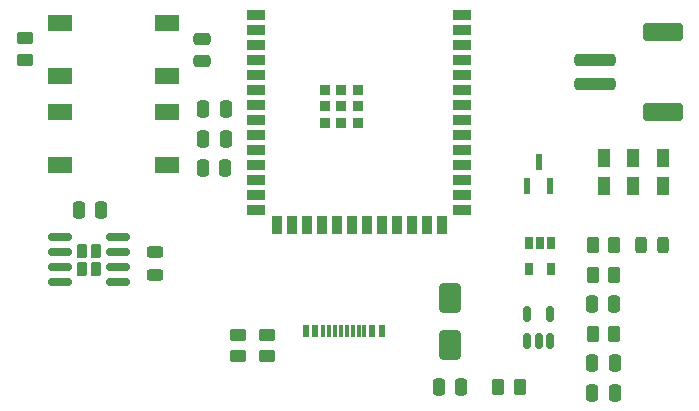
<source format=gbr>
%TF.GenerationSoftware,KiCad,Pcbnew,7.0.10*%
%TF.CreationDate,2025-07-15T10:48:48-04:00*%
%TF.ProjectId,EMGauntlet,454d4761-756e-4746-9c65-742e6b696361,rev?*%
%TF.SameCoordinates,Original*%
%TF.FileFunction,Paste,Top*%
%TF.FilePolarity,Positive*%
%FSLAX46Y46*%
G04 Gerber Fmt 4.6, Leading zero omitted, Abs format (unit mm)*
G04 Created by KiCad (PCBNEW 7.0.10) date 2025-07-15 10:48:48*
%MOMM*%
%LPD*%
G01*
G04 APERTURE LIST*
G04 Aperture macros list*
%AMRoundRect*
0 Rectangle with rounded corners*
0 $1 Rounding radius*
0 $2 $3 $4 $5 $6 $7 $8 $9 X,Y pos of 4 corners*
0 Add a 4 corners polygon primitive as box body*
4,1,4,$2,$3,$4,$5,$6,$7,$8,$9,$2,$3,0*
0 Add four circle primitives for the rounded corners*
1,1,$1+$1,$2,$3*
1,1,$1+$1,$4,$5*
1,1,$1+$1,$6,$7*
1,1,$1+$1,$8,$9*
0 Add four rect primitives between the rounded corners*
20,1,$1+$1,$2,$3,$4,$5,0*
20,1,$1+$1,$4,$5,$6,$7,0*
20,1,$1+$1,$6,$7,$8,$9,0*
20,1,$1+$1,$8,$9,$2,$3,0*%
G04 Aperture macros list end*
%ADD10R,2.100000X1.400000*%
%ADD11R,1.000000X1.600000*%
%ADD12RoundRect,0.250000X-0.262500X-0.450000X0.262500X-0.450000X0.262500X0.450000X-0.262500X0.450000X0*%
%ADD13RoundRect,0.250000X-0.650000X1.000000X-0.650000X-1.000000X0.650000X-1.000000X0.650000X1.000000X0*%
%ADD14RoundRect,0.250000X-0.250000X-0.475000X0.250000X-0.475000X0.250000X0.475000X-0.250000X0.475000X0*%
%ADD15R,0.650000X1.060000*%
%ADD16RoundRect,0.250000X-0.450000X0.262500X-0.450000X-0.262500X0.450000X-0.262500X0.450000X0.262500X0*%
%ADD17RoundRect,0.230000X-0.230000X-0.375000X0.230000X-0.375000X0.230000X0.375000X-0.230000X0.375000X0*%
%ADD18RoundRect,0.150000X-0.825000X-0.150000X0.825000X-0.150000X0.825000X0.150000X-0.825000X0.150000X0*%
%ADD19R,0.900000X0.900000*%
%ADD20R,1.500000X0.900000*%
%ADD21R,0.900000X1.500000*%
%ADD22RoundRect,0.243750X-0.456250X0.243750X-0.456250X-0.243750X0.456250X-0.243750X0.456250X0.243750X0*%
%ADD23RoundRect,0.243750X-0.243750X-0.456250X0.243750X-0.456250X0.243750X0.456250X-0.243750X0.456250X0*%
%ADD24RoundRect,0.250000X1.500000X-0.250000X1.500000X0.250000X-1.500000X0.250000X-1.500000X-0.250000X0*%
%ADD25RoundRect,0.250001X1.449999X-0.499999X1.449999X0.499999X-1.449999X0.499999X-1.449999X-0.499999X0*%
%ADD26RoundRect,0.150000X0.150000X-0.512500X0.150000X0.512500X-0.150000X0.512500X-0.150000X-0.512500X0*%
%ADD27R,0.600000X1.140000*%
%ADD28R,0.300000X1.140000*%
%ADD29RoundRect,0.250000X0.262500X0.450000X-0.262500X0.450000X-0.262500X-0.450000X0.262500X-0.450000X0*%
%ADD30R,0.558800X1.320800*%
%ADD31RoundRect,0.250000X0.475000X-0.250000X0.475000X0.250000X-0.475000X0.250000X-0.475000X-0.250000X0*%
G04 APERTURE END LIST*
D10*
%TO.C,SW4*%
X135450000Y-97250000D03*
X135450000Y-101750000D03*
X144550000Y-97250000D03*
X144550000Y-101750000D03*
%TD*%
D11*
%TO.C,SW1*%
X181500000Y-101100000D03*
X184000000Y-101100000D03*
X186500000Y-101100000D03*
X181500000Y-103500000D03*
X184000000Y-103500000D03*
X186500000Y-103500000D03*
%TD*%
D12*
%TO.C,R2*%
X180587500Y-111000000D03*
X182412500Y-111000000D03*
%TD*%
D13*
%TO.C,D3*%
X168500000Y-113000000D03*
X168500000Y-117000000D03*
%TD*%
D14*
%TO.C,C1*%
X137050000Y-105500000D03*
X138950000Y-105500000D03*
%TD*%
D15*
%TO.C,U3*%
X177050000Y-108300000D03*
X176100000Y-108300000D03*
X175150000Y-108300000D03*
X175150000Y-110500000D03*
X177050000Y-110500000D03*
%TD*%
D12*
%TO.C,R3*%
X172587500Y-120500000D03*
X174412500Y-120500000D03*
%TD*%
%TO.C,R4*%
X180587500Y-116000000D03*
X182412500Y-116000000D03*
%TD*%
D10*
%TO.C,SW3*%
X135450000Y-89700000D03*
X135450000Y-94200000D03*
X144550000Y-89700000D03*
X144550000Y-94200000D03*
%TD*%
D14*
%TO.C,C5*%
X180550000Y-121000000D03*
X182450000Y-121000000D03*
%TD*%
%TO.C,C4*%
X180550000Y-118500000D03*
X182450000Y-118500000D03*
%TD*%
%TO.C,C6*%
X147600000Y-99500000D03*
X149500000Y-99500000D03*
%TD*%
%TO.C,C2*%
X180500000Y-113500000D03*
X182400000Y-113500000D03*
%TD*%
D16*
%TO.C,R6*%
X132500000Y-91000000D03*
X132500000Y-92825000D03*
%TD*%
D14*
%TO.C,C3*%
X167550000Y-120500000D03*
X169450000Y-120500000D03*
%TD*%
D17*
%TO.C,U1*%
X137360000Y-109000000D03*
X137360000Y-110500000D03*
X138500000Y-109000000D03*
X138500000Y-110500000D03*
D18*
X135455000Y-107845000D03*
X135455000Y-109115000D03*
X135455000Y-110385000D03*
X135455000Y-111655000D03*
X140405000Y-111655000D03*
X140405000Y-110385000D03*
X140405000Y-109115000D03*
X140405000Y-107845000D03*
%TD*%
D14*
%TO.C,C9*%
X147550000Y-102000000D03*
X149450000Y-102000000D03*
%TD*%
D16*
%TO.C,R7*%
X153000000Y-116087500D03*
X153000000Y-117912500D03*
%TD*%
D19*
%TO.C,U6*%
X157895000Y-95360000D03*
X157895000Y-96760000D03*
X157895000Y-98160000D03*
X159295000Y-95360000D03*
X159295000Y-96760000D03*
X159295000Y-98160000D03*
X160695000Y-95360000D03*
X160695000Y-96760000D03*
X160695000Y-98160000D03*
D20*
X152045000Y-89040000D03*
X152045000Y-90310000D03*
X152045000Y-91580000D03*
X152045000Y-92850000D03*
X152045000Y-94120000D03*
X152045000Y-95390000D03*
X152045000Y-96660000D03*
X152045000Y-97930000D03*
X152045000Y-99200000D03*
X152045000Y-100470000D03*
X152045000Y-101740000D03*
X152045000Y-103010000D03*
X152045000Y-104280000D03*
X152045000Y-105550000D03*
D21*
X153810000Y-106800000D03*
X155080000Y-106800000D03*
X156350000Y-106800000D03*
X157620000Y-106800000D03*
X158890000Y-106800000D03*
X160160000Y-106800000D03*
X161430000Y-106800000D03*
X162700000Y-106800000D03*
X163970000Y-106800000D03*
X165240000Y-106800000D03*
X166510000Y-106800000D03*
X167780000Y-106800000D03*
D20*
X169545000Y-105550000D03*
X169545000Y-104280000D03*
X169545000Y-103010000D03*
X169545000Y-101740000D03*
X169545000Y-100470000D03*
X169545000Y-99200000D03*
X169545000Y-97930000D03*
X169545000Y-96660000D03*
X169545000Y-95390000D03*
X169545000Y-94120000D03*
X169545000Y-92850000D03*
X169545000Y-91580000D03*
X169545000Y-90310000D03*
X169545000Y-89040000D03*
%TD*%
D22*
%TO.C,D1*%
X143500000Y-109125000D03*
X143500000Y-111000000D03*
%TD*%
D23*
%TO.C,D2*%
X184625000Y-108500000D03*
X186500000Y-108500000D03*
%TD*%
D24*
%TO.C,J1*%
X180750000Y-94850000D03*
X180750000Y-92850000D03*
D25*
X186500000Y-97200000D03*
X186500000Y-90500000D03*
%TD*%
D14*
%TO.C,C7*%
X147600000Y-97000000D03*
X149500000Y-97000000D03*
%TD*%
D26*
%TO.C,U5*%
X175050000Y-116637500D03*
X176000000Y-116637500D03*
X176950000Y-116637500D03*
X176950000Y-114362500D03*
X175050000Y-114362500D03*
%TD*%
D16*
%TO.C,R8*%
X150500000Y-116087500D03*
X150500000Y-117912500D03*
%TD*%
D27*
%TO.C,J3*%
X156300000Y-115750000D03*
X157100000Y-115750000D03*
D28*
X158250000Y-115750000D03*
X159250000Y-115750000D03*
X159750000Y-115750000D03*
X160750000Y-115750000D03*
D27*
X162700000Y-115750000D03*
X161900000Y-115750000D03*
D28*
X161250000Y-115750000D03*
X160250000Y-115750000D03*
X158750000Y-115750000D03*
X157750000Y-115750000D03*
%TD*%
D29*
%TO.C,R1*%
X182412500Y-108500000D03*
X180587500Y-108500000D03*
%TD*%
D30*
%TO.C,U4*%
X175034800Y-103516000D03*
X176965200Y-103516000D03*
X176000000Y-101484000D03*
%TD*%
D31*
%TO.C,C8*%
X147500000Y-92950000D03*
X147500000Y-91050000D03*
%TD*%
M02*

</source>
